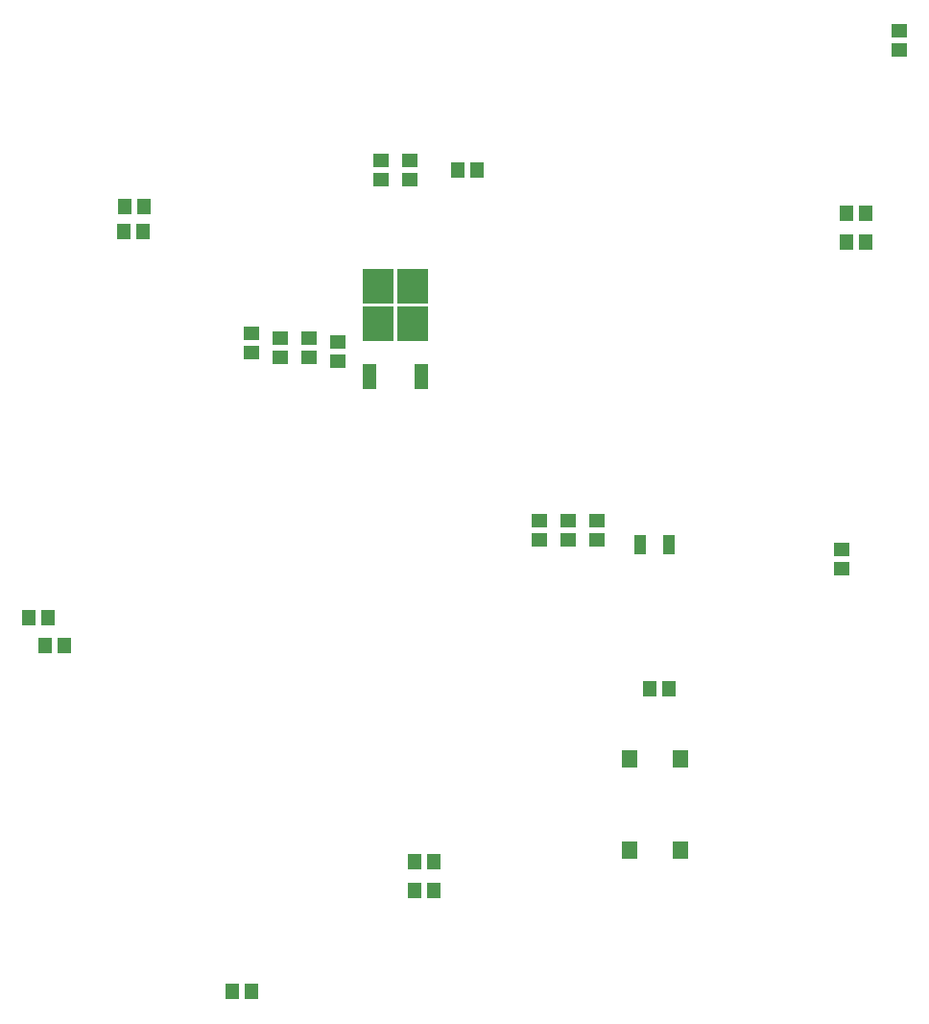
<source format=gbr>
%TF.GenerationSoftware,KiCad,Pcbnew,(6.0.5-0)*%
%TF.CreationDate,2022-07-19T01:27:06-07:00*%
%TF.ProjectId,clock_design,636c6f63-6b5f-4646-9573-69676e2e6b69,rev?*%
%TF.SameCoordinates,PX56c8cc0PY97a25c0*%
%TF.FileFunction,Paste,Bot*%
%TF.FilePolarity,Positive*%
%FSLAX46Y46*%
G04 Gerber Fmt 4.6, Leading zero omitted, Abs format (unit mm)*
G04 Created by KiCad (PCBNEW (6.0.5-0)) date 2022-07-19 01:27:06*
%MOMM*%
%LPD*%
G01*
G04 APERTURE LIST*
%ADD10R,1.150000X1.400000*%
%ADD11R,1.400000X1.150000*%
%ADD12R,1.000000X1.800000*%
%ADD13R,1.400000X1.600000*%
%ADD14R,2.750000X3.050000*%
%ADD15R,1.200000X2.200000*%
G04 APERTURE END LIST*
D10*
%TO.C,R4*%
X35282042Y72292455D03*
X33582042Y72292455D03*
%TD*%
%TO.C,R2*%
X35362450Y74543881D03*
X33662450Y74543881D03*
%TD*%
D11*
%TO.C,R14*%
X102040000Y90000000D03*
X102040000Y88300000D03*
%TD*%
%TO.C,C1*%
X96960000Y44280000D03*
X96960000Y42580000D03*
%TD*%
D10*
%TO.C,R22*%
X99080000Y73910000D03*
X97380000Y73910000D03*
%TD*%
%TO.C,R23*%
X99080000Y71370000D03*
X97380000Y71370000D03*
%TD*%
D12*
%TO.C,Y2*%
X81700000Y44700000D03*
X79200000Y44700000D03*
%TD*%
D10*
%TO.C,R7*%
X59280000Y16760000D03*
X60980000Y16760000D03*
%TD*%
D13*
%TO.C,SW1*%
X78200000Y25840000D03*
X78200000Y17840000D03*
X82700000Y25840000D03*
X82700000Y17840000D03*
%TD*%
D11*
%TO.C,C5*%
X72830000Y46820000D03*
X72830000Y45120000D03*
%TD*%
D10*
%TO.C,C9*%
X80020000Y32000000D03*
X81720000Y32000000D03*
%TD*%
%TO.C,R16*%
X64790000Y77720000D03*
X63090000Y77720000D03*
%TD*%
D11*
%TO.C,C4*%
X70290000Y46820000D03*
X70290000Y45120000D03*
%TD*%
%TO.C,C11*%
X52510000Y60871742D03*
X52510000Y62571742D03*
%TD*%
D10*
%TO.C,C17*%
X28380000Y35810000D03*
X26680000Y35810000D03*
%TD*%
D11*
%TO.C,C16*%
X56320000Y78570000D03*
X56320000Y76870000D03*
%TD*%
D10*
%TO.C,R8*%
X60980000Y14220000D03*
X59280000Y14220000D03*
%TD*%
D11*
%TO.C,C24*%
X47430000Y61210000D03*
X47430000Y62910000D03*
%TD*%
%TO.C,C23*%
X58860000Y78570000D03*
X58860000Y76870000D03*
%TD*%
D10*
%TO.C,C22*%
X26923836Y38294517D03*
X25223836Y38294517D03*
%TD*%
D11*
%TO.C,C10*%
X49970000Y61210000D03*
X49970000Y62910000D03*
%TD*%
%TO.C,C8*%
X75370000Y46820000D03*
X75370000Y45120000D03*
%TD*%
D14*
%TO.C,U2*%
X56065000Y67525000D03*
X59115000Y64175000D03*
X56065000Y64175000D03*
X59115000Y67525000D03*
D15*
X59870000Y59550000D03*
X55310000Y59550000D03*
%TD*%
D11*
%TO.C,R3*%
X44890000Y61630000D03*
X44890000Y63330000D03*
%TD*%
D10*
%TO.C,C13*%
X44890000Y5330000D03*
X43190000Y5330000D03*
%TD*%
M02*

</source>
